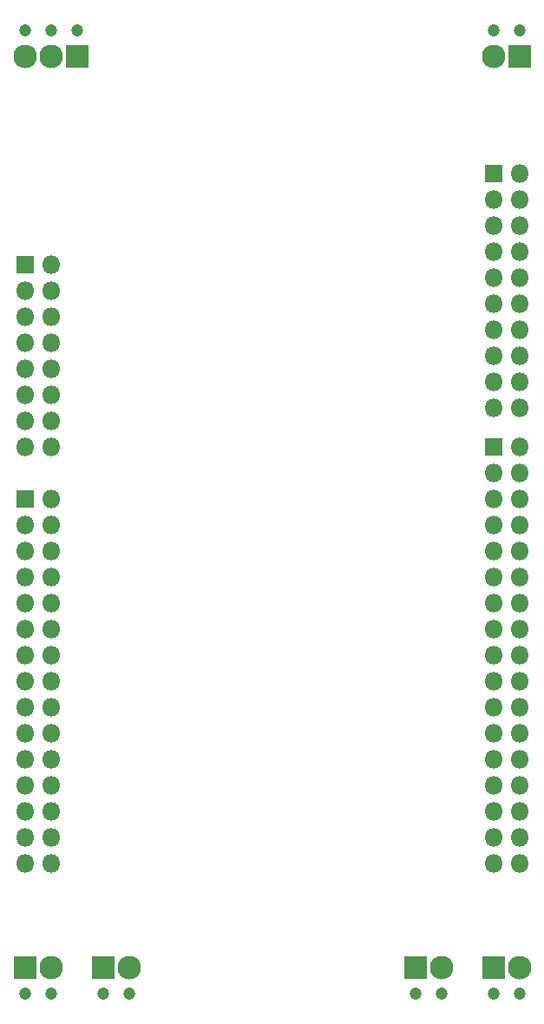
<source format=gbr>
%TF.GenerationSoftware,KiCad,Pcbnew,5.1.6-c6e7f7d~87~ubuntu18.04.1*%
%TF.CreationDate,2020-10-10T13:50:59+08:00*%
%TF.ProjectId,Arduino_codec,41726475-696e-46f5-9f63-6f6465632e6b,A*%
%TF.SameCoordinates,Original*%
%TF.FileFunction,Soldermask,Bot*%
%TF.FilePolarity,Negative*%
%FSLAX46Y46*%
G04 Gerber Fmt 4.6, Leading zero omitted, Abs format (unit mm)*
G04 Created by KiCad (PCBNEW 5.1.6-c6e7f7d~87~ubuntu18.04.1) date 2020-10-10 13:50:59*
%MOMM*%
%LPD*%
G01*
G04 APERTURE LIST*
%ADD10R,2.300000X2.300000*%
%ADD11C,1.200000*%
%ADD12C,2.300000*%
%ADD13O,1.800000X1.800000*%
%ADD14R,1.800000X1.800000*%
G04 APERTURE END LIST*
D10*
%TO.C,J10*%
X119380000Y-142240000D03*
D11*
X119380000Y-144780000D03*
D12*
X121920000Y-142240000D03*
D11*
X121920000Y-144780000D03*
%TD*%
D10*
%TO.C,J9*%
X127000000Y-142240000D03*
D11*
X127000000Y-144780000D03*
D12*
X129540000Y-142240000D03*
D11*
X129540000Y-144780000D03*
%TD*%
D10*
%TO.C,J8*%
X157480000Y-142240000D03*
D11*
X157480000Y-144780000D03*
D12*
X160020000Y-142240000D03*
D11*
X160020000Y-144780000D03*
%TD*%
D10*
%TO.C,J7*%
X165100000Y-142240000D03*
D11*
X165100000Y-144780000D03*
D12*
X167640000Y-142240000D03*
D11*
X167640000Y-144780000D03*
%TD*%
D13*
%TO.C,J6*%
X167640000Y-132080000D03*
X165100000Y-132080000D03*
X167640000Y-129540000D03*
X165100000Y-129540000D03*
X167640000Y-127000000D03*
X165100000Y-127000000D03*
X167640000Y-124460000D03*
X165100000Y-124460000D03*
X167640000Y-121920000D03*
X165100000Y-121920000D03*
X167640000Y-119380000D03*
X165100000Y-119380000D03*
X167640000Y-116840000D03*
X165100000Y-116840000D03*
X167640000Y-114300000D03*
X165100000Y-114300000D03*
X167640000Y-111760000D03*
X165100000Y-111760000D03*
X167640000Y-109220000D03*
X165100000Y-109220000D03*
X167640000Y-106680000D03*
X165100000Y-106680000D03*
X167640000Y-104140000D03*
X165100000Y-104140000D03*
X167640000Y-101600000D03*
X165100000Y-101600000D03*
X167640000Y-99060000D03*
X165100000Y-99060000D03*
X167640000Y-96520000D03*
X165100000Y-96520000D03*
X167640000Y-93980000D03*
X165100000Y-93980000D03*
X167640000Y-91440000D03*
D14*
X165100000Y-91440000D03*
%TD*%
D13*
%TO.C,J5*%
X121920000Y-132080000D03*
X119380000Y-132080000D03*
X121920000Y-129540000D03*
X119380000Y-129540000D03*
X121920000Y-127000000D03*
X119380000Y-127000000D03*
X121920000Y-124460000D03*
X119380000Y-124460000D03*
X121920000Y-121920000D03*
X119380000Y-121920000D03*
X121920000Y-119380000D03*
X119380000Y-119380000D03*
X121920000Y-116840000D03*
X119380000Y-116840000D03*
X121920000Y-114300000D03*
X119380000Y-114300000D03*
X121920000Y-111760000D03*
X119380000Y-111760000D03*
X121920000Y-109220000D03*
X119380000Y-109220000D03*
X121920000Y-106680000D03*
X119380000Y-106680000D03*
X121920000Y-104140000D03*
X119380000Y-104140000D03*
X121920000Y-101600000D03*
X119380000Y-101600000D03*
X121920000Y-99060000D03*
X119380000Y-99060000D03*
X121920000Y-96520000D03*
D14*
X119380000Y-96520000D03*
%TD*%
D13*
%TO.C,J4*%
X167640000Y-87630000D03*
X165100000Y-87630000D03*
X167640000Y-85090000D03*
X165100000Y-85090000D03*
X167640000Y-82550000D03*
X165100000Y-82550000D03*
X167640000Y-80010000D03*
X165100000Y-80010000D03*
X167640000Y-77470000D03*
X165100000Y-77470000D03*
X167640000Y-74930000D03*
X165100000Y-74930000D03*
X167640000Y-72390000D03*
X165100000Y-72390000D03*
X167640000Y-69850000D03*
X165100000Y-69850000D03*
X167640000Y-67310000D03*
X165100000Y-67310000D03*
X167640000Y-64770000D03*
D14*
X165100000Y-64770000D03*
%TD*%
D13*
%TO.C,J3*%
X121920000Y-91440000D03*
X119380000Y-91440000D03*
X121920000Y-88900000D03*
X119380000Y-88900000D03*
X121920000Y-86360000D03*
X119380000Y-86360000D03*
X121920000Y-83820000D03*
X119380000Y-83820000D03*
X121920000Y-81280000D03*
X119380000Y-81280000D03*
X121920000Y-78740000D03*
X119380000Y-78740000D03*
X121920000Y-76200000D03*
X119380000Y-76200000D03*
X121920000Y-73660000D03*
D14*
X119380000Y-73660000D03*
%TD*%
D11*
%TO.C,J2*%
X119380000Y-50800000D03*
D12*
X119380000Y-53340000D03*
D11*
X121920000Y-50800000D03*
D12*
X121920000Y-53340000D03*
D11*
X124460000Y-50800000D03*
D10*
X124460000Y-53340000D03*
%TD*%
%TO.C,J1*%
X167640000Y-53340000D03*
D11*
X167640000Y-50800000D03*
D12*
X165100000Y-53340000D03*
D11*
X165100000Y-50800000D03*
%TD*%
M02*

</source>
